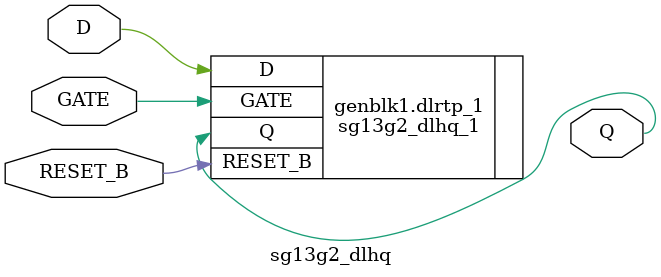
<source format=v>
`default_nettype none

module sg13g2_dlhq #(
    parameter integer DRIVE_LEVEL = 1
) (
    Q      ,
    RESET_B,
    D      ,
    GATE
);

    // Module ports
    output Q      ;
    input  RESET_B;
    input  D      ;
    input  GATE   ;

    generate
`ifdef SYNTHESIS
        if (DRIVE_LEVEL == 1) begin
            sg13g2_dlhq_1 dlrtp_1 (
`ifdef USE_POWER_PINS
                .VPWR    (1'b1),
                .VGND    (1'b0),
                .VPB     (1'b1),
                .VNB     (1'b0),
`endif
                .Q       (Q),
                .RESET_B (RESET_B),
                .D       (D),
                .GATE    (GATE)
            );
        end else begin
            // Check sg13g2 cell library for your requirement and add case
            $error("DRIVE_LEVEL=%d is not implemented", DRIVE_LEVEL);
        end
`else
        reg q;
        always_latch begin
            if (!RESET_B)
                q = 1'b0;
            else if(GATE)
                q = D;
        end
        assign Q = q;
`endif
    endgenerate

endmodule

</source>
